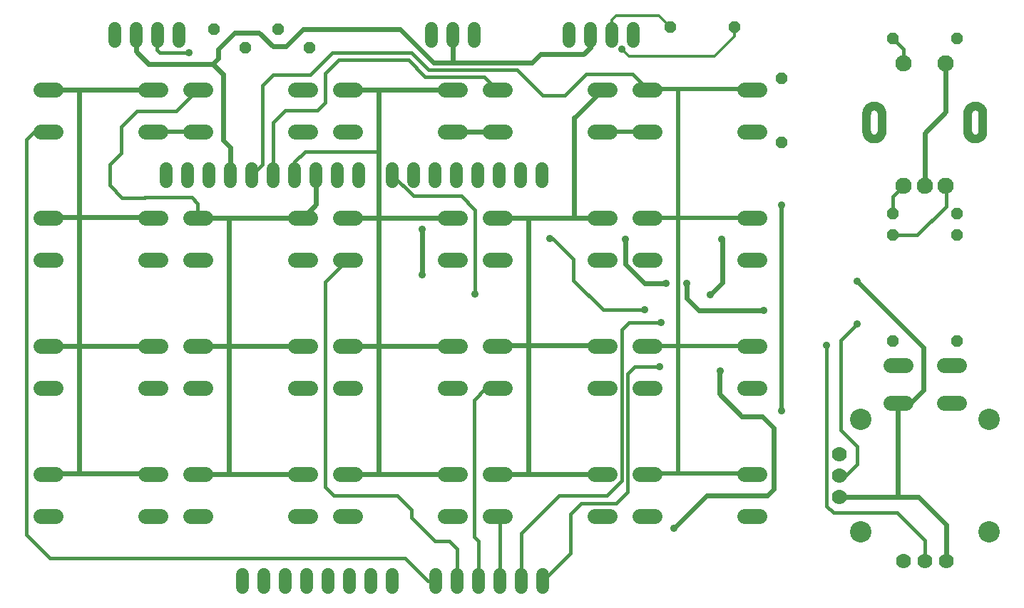
<source format=gbr>
G04 EAGLE Gerber RS-274X export*
G75*
%MOMM*%
%FSLAX34Y34*%
%LPD*%
%INBottom Copper*%
%IPPOS*%
%AMOC8*
5,1,8,0,0,1.08239X$1,22.5*%
G01*
%ADD10C,1.524000*%
%ADD11C,1.790700*%
%ADD12C,2.540000*%
%ADD13C,1.778000*%
%ADD14C,1.778000*%
%ADD15C,1.930400*%
%ADD16C,1.016000*%
%ADD17P,1.429621X8X202.500000*%
%ADD18P,1.429621X8X22.500000*%
%ADD19P,1.429621X8X112.500000*%
%ADD20C,0.508000*%
%ADD21C,0.406400*%
%ADD22C,0.609600*%
%ADD23C,0.304800*%
%ADD24C,0.889000*%


D10*
X192481Y515366D02*
X192481Y500126D01*
X217881Y500126D02*
X217881Y515366D01*
X243281Y515366D02*
X243281Y500126D01*
X268681Y500126D02*
X268681Y515366D01*
X294081Y515366D02*
X294081Y500126D01*
X319481Y500126D02*
X319481Y515366D01*
X344881Y515366D02*
X344881Y500126D01*
X370281Y500126D02*
X370281Y515366D01*
X395681Y515366D02*
X395681Y500126D01*
X421081Y500126D02*
X421081Y515366D01*
X460451Y515366D02*
X460451Y500126D01*
X485851Y500126D02*
X485851Y515366D01*
X511251Y515366D02*
X511251Y500126D01*
X536651Y500126D02*
X536651Y515366D01*
X562051Y515366D02*
X562051Y500126D01*
X587451Y500126D02*
X587451Y515366D01*
X612851Y515366D02*
X612851Y500126D01*
X638251Y500126D02*
X638251Y515366D01*
X512521Y32766D02*
X512521Y17526D01*
X537921Y17526D02*
X537921Y32766D01*
X563321Y32766D02*
X563321Y17526D01*
X588721Y17526D02*
X588721Y32766D01*
X614121Y32766D02*
X614121Y17526D01*
X639521Y17526D02*
X639521Y32766D01*
X282651Y32766D02*
X282651Y17526D01*
X308051Y17526D02*
X308051Y32766D01*
X333451Y32766D02*
X333451Y17526D01*
X358851Y17526D02*
X358851Y32766D01*
X384251Y32766D02*
X384251Y17526D01*
X409651Y17526D02*
X409651Y32766D01*
X435051Y32766D02*
X435051Y17526D01*
X460451Y17526D02*
X460451Y32766D01*
D11*
X60770Y559308D02*
X42863Y559308D01*
X167831Y559308D02*
X185738Y559308D01*
X60770Y609092D02*
X42863Y609092D01*
X167831Y609092D02*
X185738Y609092D01*
X220663Y559308D02*
X238570Y559308D01*
X345631Y559308D02*
X363538Y559308D01*
X238570Y609092D02*
X220663Y609092D01*
X345631Y609092D02*
X363538Y609092D01*
X398463Y559308D02*
X416370Y559308D01*
X523431Y559308D02*
X541338Y559308D01*
X416370Y609092D02*
X398463Y609092D01*
X523431Y609092D02*
X541338Y609092D01*
X576263Y559308D02*
X594170Y559308D01*
X701231Y559308D02*
X719138Y559308D01*
X594170Y609092D02*
X576263Y609092D01*
X701231Y609092D02*
X719138Y609092D01*
X754063Y559308D02*
X771970Y559308D01*
X879031Y559308D02*
X896938Y559308D01*
X771970Y609092D02*
X754063Y609092D01*
X879031Y609092D02*
X896938Y609092D01*
X60770Y406908D02*
X42863Y406908D01*
X167831Y406908D02*
X185738Y406908D01*
X60770Y456692D02*
X42863Y456692D01*
X167831Y456692D02*
X185738Y456692D01*
X220663Y406908D02*
X238570Y406908D01*
X345631Y406908D02*
X363538Y406908D01*
X238570Y456692D02*
X220663Y456692D01*
X345631Y456692D02*
X363538Y456692D01*
X398463Y406908D02*
X416370Y406908D01*
X523431Y406908D02*
X541338Y406908D01*
X416370Y456692D02*
X398463Y456692D01*
X523431Y456692D02*
X541338Y456692D01*
X576263Y406908D02*
X594170Y406908D01*
X701231Y406908D02*
X719138Y406908D01*
X594170Y456692D02*
X576263Y456692D01*
X701231Y456692D02*
X719138Y456692D01*
X754063Y406908D02*
X771970Y406908D01*
X879031Y406908D02*
X896938Y406908D01*
X771970Y456692D02*
X754063Y456692D01*
X879031Y456692D02*
X896938Y456692D01*
X60770Y254508D02*
X42863Y254508D01*
X167831Y254508D02*
X185738Y254508D01*
X60770Y304292D02*
X42863Y304292D01*
X167831Y304292D02*
X185738Y304292D01*
X220663Y254508D02*
X238570Y254508D01*
X345631Y254508D02*
X363538Y254508D01*
X238570Y304292D02*
X220663Y304292D01*
X345631Y304292D02*
X363538Y304292D01*
X398463Y254508D02*
X416370Y254508D01*
X523431Y254508D02*
X541338Y254508D01*
X416370Y304292D02*
X398463Y304292D01*
X523431Y304292D02*
X541338Y304292D01*
X576263Y254508D02*
X594170Y254508D01*
X701231Y254508D02*
X719138Y254508D01*
X594170Y304292D02*
X576263Y304292D01*
X701231Y304292D02*
X719138Y304292D01*
X754063Y254508D02*
X771970Y254508D01*
X879031Y254508D02*
X896938Y254508D01*
X771970Y304292D02*
X754063Y304292D01*
X879031Y304292D02*
X896938Y304292D01*
X60770Y102108D02*
X42863Y102108D01*
X167831Y102108D02*
X185738Y102108D01*
X60770Y151892D02*
X42863Y151892D01*
X167831Y151892D02*
X185738Y151892D01*
X220663Y102108D02*
X238570Y102108D01*
X345631Y102108D02*
X363538Y102108D01*
X238570Y151892D02*
X220663Y151892D01*
X345631Y151892D02*
X363538Y151892D01*
X398463Y102108D02*
X416370Y102108D01*
X523431Y102108D02*
X541338Y102108D01*
X416370Y151892D02*
X398463Y151892D01*
X523431Y151892D02*
X541338Y151892D01*
X576263Y102108D02*
X594170Y102108D01*
X701231Y102108D02*
X719138Y102108D01*
X594170Y151892D02*
X576263Y151892D01*
X701231Y151892D02*
X719138Y151892D01*
X754063Y102108D02*
X771970Y102108D01*
X879031Y102108D02*
X896938Y102108D01*
X771970Y151892D02*
X754063Y151892D01*
X879031Y151892D02*
X896938Y151892D01*
D12*
X1016800Y216675D03*
X1169200Y216675D03*
X1169200Y83325D03*
X1016800Y83325D03*
D13*
X1118400Y48400D03*
X1093000Y48400D03*
X1067600Y48400D03*
X991400Y150000D03*
X991400Y124600D03*
X991400Y175400D03*
D14*
X1115860Y236200D02*
X1133640Y236200D01*
X1070140Y236200D02*
X1052360Y236200D01*
X1052360Y281200D02*
X1070140Y281200D01*
X1115860Y281200D02*
X1133640Y281200D01*
D15*
X1068000Y495000D03*
X1093000Y495000D03*
X1118000Y495000D03*
X1068000Y640000D03*
X1118000Y640000D03*
D16*
X1144000Y580500D02*
X1144000Y559500D01*
X1162000Y559500D02*
X1162000Y580500D01*
X1161997Y580719D01*
X1161989Y580938D01*
X1161976Y581157D01*
X1161957Y581375D01*
X1161933Y581593D01*
X1161904Y581810D01*
X1161870Y582027D01*
X1161830Y582242D01*
X1161785Y582457D01*
X1161734Y582670D01*
X1161679Y582882D01*
X1161618Y583093D01*
X1161553Y583302D01*
X1161482Y583509D01*
X1161406Y583715D01*
X1161325Y583919D01*
X1161240Y584121D01*
X1161149Y584320D01*
X1161054Y584517D01*
X1160953Y584712D01*
X1160848Y584905D01*
X1160739Y585095D01*
X1160625Y585282D01*
X1160506Y585466D01*
X1160383Y585647D01*
X1160255Y585825D01*
X1160123Y586001D01*
X1159987Y586172D01*
X1159847Y586341D01*
X1159703Y586506D01*
X1159555Y586667D01*
X1159403Y586825D01*
X1159247Y586979D01*
X1159087Y587129D01*
X1158924Y587276D01*
X1158757Y587418D01*
X1158587Y587556D01*
X1158413Y587690D01*
X1158237Y587820D01*
X1158057Y587945D01*
X1157874Y588066D01*
X1157688Y588182D01*
X1157500Y588294D01*
X1157309Y588401D01*
X1157115Y588504D01*
X1156919Y588602D01*
X1156721Y588695D01*
X1156520Y588783D01*
X1156317Y588866D01*
X1156112Y588945D01*
X1155906Y589018D01*
X1155698Y589086D01*
X1155488Y589149D01*
X1155276Y589207D01*
X1155064Y589260D01*
X1154850Y589308D01*
X1154635Y589350D01*
X1154419Y589387D01*
X1154202Y589419D01*
X1153984Y589446D01*
X1153766Y589467D01*
X1153548Y589483D01*
X1153329Y589494D01*
X1153110Y589499D01*
X1152890Y589499D01*
X1152671Y589494D01*
X1152452Y589483D01*
X1152234Y589467D01*
X1152016Y589446D01*
X1151798Y589419D01*
X1151581Y589387D01*
X1151365Y589350D01*
X1151150Y589308D01*
X1150936Y589260D01*
X1150724Y589207D01*
X1150512Y589149D01*
X1150302Y589086D01*
X1150094Y589018D01*
X1149888Y588945D01*
X1149683Y588866D01*
X1149480Y588783D01*
X1149279Y588695D01*
X1149081Y588602D01*
X1148885Y588504D01*
X1148691Y588401D01*
X1148500Y588294D01*
X1148312Y588182D01*
X1148126Y588066D01*
X1147943Y587945D01*
X1147763Y587820D01*
X1147587Y587690D01*
X1147413Y587556D01*
X1147243Y587418D01*
X1147076Y587276D01*
X1146913Y587129D01*
X1146753Y586979D01*
X1146597Y586825D01*
X1146445Y586667D01*
X1146297Y586506D01*
X1146153Y586341D01*
X1146013Y586172D01*
X1145877Y586001D01*
X1145745Y585825D01*
X1145617Y585647D01*
X1145494Y585466D01*
X1145375Y585282D01*
X1145261Y585095D01*
X1145152Y584905D01*
X1145047Y584712D01*
X1144946Y584517D01*
X1144851Y584320D01*
X1144760Y584121D01*
X1144675Y583919D01*
X1144594Y583715D01*
X1144518Y583509D01*
X1144447Y583302D01*
X1144382Y583093D01*
X1144321Y582882D01*
X1144266Y582670D01*
X1144215Y582457D01*
X1144170Y582242D01*
X1144130Y582027D01*
X1144096Y581810D01*
X1144067Y581593D01*
X1144043Y581375D01*
X1144024Y581157D01*
X1144011Y580938D01*
X1144003Y580719D01*
X1144000Y580500D01*
X1144000Y559500D02*
X1144003Y559281D01*
X1144011Y559062D01*
X1144024Y558843D01*
X1144043Y558625D01*
X1144067Y558407D01*
X1144096Y558190D01*
X1144130Y557973D01*
X1144170Y557758D01*
X1144215Y557543D01*
X1144266Y557330D01*
X1144321Y557118D01*
X1144382Y556907D01*
X1144447Y556698D01*
X1144518Y556491D01*
X1144594Y556285D01*
X1144675Y556081D01*
X1144760Y555879D01*
X1144851Y555680D01*
X1144946Y555483D01*
X1145047Y555288D01*
X1145152Y555095D01*
X1145261Y554905D01*
X1145375Y554718D01*
X1145494Y554534D01*
X1145617Y554353D01*
X1145745Y554175D01*
X1145877Y553999D01*
X1146013Y553828D01*
X1146153Y553659D01*
X1146297Y553494D01*
X1146445Y553333D01*
X1146597Y553175D01*
X1146753Y553021D01*
X1146913Y552871D01*
X1147076Y552724D01*
X1147243Y552582D01*
X1147413Y552444D01*
X1147587Y552310D01*
X1147763Y552180D01*
X1147943Y552055D01*
X1148126Y551934D01*
X1148312Y551818D01*
X1148500Y551706D01*
X1148691Y551599D01*
X1148885Y551496D01*
X1149081Y551398D01*
X1149279Y551305D01*
X1149480Y551217D01*
X1149683Y551134D01*
X1149888Y551055D01*
X1150094Y550982D01*
X1150302Y550914D01*
X1150512Y550851D01*
X1150724Y550793D01*
X1150936Y550740D01*
X1151150Y550692D01*
X1151365Y550650D01*
X1151581Y550613D01*
X1151798Y550581D01*
X1152016Y550554D01*
X1152234Y550533D01*
X1152452Y550517D01*
X1152671Y550506D01*
X1152890Y550501D01*
X1153110Y550501D01*
X1153329Y550506D01*
X1153548Y550517D01*
X1153766Y550533D01*
X1153984Y550554D01*
X1154202Y550581D01*
X1154419Y550613D01*
X1154635Y550650D01*
X1154850Y550692D01*
X1155064Y550740D01*
X1155276Y550793D01*
X1155488Y550851D01*
X1155698Y550914D01*
X1155906Y550982D01*
X1156112Y551055D01*
X1156317Y551134D01*
X1156520Y551217D01*
X1156721Y551305D01*
X1156919Y551398D01*
X1157115Y551496D01*
X1157309Y551599D01*
X1157500Y551706D01*
X1157688Y551818D01*
X1157874Y551934D01*
X1158057Y552055D01*
X1158237Y552180D01*
X1158413Y552310D01*
X1158587Y552444D01*
X1158757Y552582D01*
X1158924Y552724D01*
X1159087Y552871D01*
X1159247Y553021D01*
X1159403Y553175D01*
X1159555Y553333D01*
X1159703Y553494D01*
X1159847Y553659D01*
X1159987Y553828D01*
X1160123Y553999D01*
X1160255Y554175D01*
X1160383Y554353D01*
X1160506Y554534D01*
X1160625Y554718D01*
X1160739Y554905D01*
X1160848Y555095D01*
X1160953Y555288D01*
X1161054Y555483D01*
X1161149Y555680D01*
X1161240Y555879D01*
X1161325Y556081D01*
X1161406Y556285D01*
X1161482Y556491D01*
X1161553Y556698D01*
X1161618Y556907D01*
X1161679Y557118D01*
X1161734Y557330D01*
X1161785Y557543D01*
X1161830Y557758D01*
X1161870Y557973D01*
X1161904Y558190D01*
X1161933Y558407D01*
X1161957Y558625D01*
X1161976Y558843D01*
X1161989Y559062D01*
X1161997Y559281D01*
X1162000Y559500D01*
X1042000Y559500D02*
X1042000Y580500D01*
X1024000Y580500D02*
X1024000Y559500D01*
X1024003Y559281D01*
X1024011Y559062D01*
X1024024Y558843D01*
X1024043Y558625D01*
X1024067Y558407D01*
X1024096Y558190D01*
X1024130Y557973D01*
X1024170Y557758D01*
X1024215Y557543D01*
X1024266Y557330D01*
X1024321Y557118D01*
X1024382Y556907D01*
X1024447Y556698D01*
X1024518Y556491D01*
X1024594Y556285D01*
X1024675Y556081D01*
X1024760Y555879D01*
X1024851Y555680D01*
X1024946Y555483D01*
X1025047Y555288D01*
X1025152Y555095D01*
X1025261Y554905D01*
X1025375Y554718D01*
X1025494Y554534D01*
X1025617Y554353D01*
X1025745Y554175D01*
X1025877Y553999D01*
X1026013Y553828D01*
X1026153Y553659D01*
X1026297Y553494D01*
X1026445Y553333D01*
X1026597Y553175D01*
X1026753Y553021D01*
X1026913Y552871D01*
X1027076Y552724D01*
X1027243Y552582D01*
X1027413Y552444D01*
X1027587Y552310D01*
X1027763Y552180D01*
X1027943Y552055D01*
X1028126Y551934D01*
X1028312Y551818D01*
X1028500Y551706D01*
X1028691Y551599D01*
X1028885Y551496D01*
X1029081Y551398D01*
X1029279Y551305D01*
X1029480Y551217D01*
X1029683Y551134D01*
X1029888Y551055D01*
X1030094Y550982D01*
X1030302Y550914D01*
X1030512Y550851D01*
X1030724Y550793D01*
X1030936Y550740D01*
X1031150Y550692D01*
X1031365Y550650D01*
X1031581Y550613D01*
X1031798Y550581D01*
X1032016Y550554D01*
X1032234Y550533D01*
X1032452Y550517D01*
X1032671Y550506D01*
X1032890Y550501D01*
X1033110Y550501D01*
X1033329Y550506D01*
X1033548Y550517D01*
X1033766Y550533D01*
X1033984Y550554D01*
X1034202Y550581D01*
X1034419Y550613D01*
X1034635Y550650D01*
X1034850Y550692D01*
X1035064Y550740D01*
X1035276Y550793D01*
X1035488Y550851D01*
X1035698Y550914D01*
X1035906Y550982D01*
X1036112Y551055D01*
X1036317Y551134D01*
X1036520Y551217D01*
X1036721Y551305D01*
X1036919Y551398D01*
X1037115Y551496D01*
X1037309Y551599D01*
X1037500Y551706D01*
X1037688Y551818D01*
X1037874Y551934D01*
X1038057Y552055D01*
X1038237Y552180D01*
X1038413Y552310D01*
X1038587Y552444D01*
X1038757Y552582D01*
X1038924Y552724D01*
X1039087Y552871D01*
X1039247Y553021D01*
X1039403Y553175D01*
X1039555Y553333D01*
X1039703Y553494D01*
X1039847Y553659D01*
X1039987Y553828D01*
X1040123Y553999D01*
X1040255Y554175D01*
X1040383Y554353D01*
X1040506Y554534D01*
X1040625Y554718D01*
X1040739Y554905D01*
X1040848Y555095D01*
X1040953Y555288D01*
X1041054Y555483D01*
X1041149Y555680D01*
X1041240Y555879D01*
X1041325Y556081D01*
X1041406Y556285D01*
X1041482Y556491D01*
X1041553Y556698D01*
X1041618Y556907D01*
X1041679Y557118D01*
X1041734Y557330D01*
X1041785Y557543D01*
X1041830Y557758D01*
X1041870Y557973D01*
X1041904Y558190D01*
X1041933Y558407D01*
X1041957Y558625D01*
X1041976Y558843D01*
X1041989Y559062D01*
X1041997Y559281D01*
X1042000Y559500D01*
X1042000Y580500D02*
X1041997Y580719D01*
X1041989Y580938D01*
X1041976Y581157D01*
X1041957Y581375D01*
X1041933Y581593D01*
X1041904Y581810D01*
X1041870Y582027D01*
X1041830Y582242D01*
X1041785Y582457D01*
X1041734Y582670D01*
X1041679Y582882D01*
X1041618Y583093D01*
X1041553Y583302D01*
X1041482Y583509D01*
X1041406Y583715D01*
X1041325Y583919D01*
X1041240Y584121D01*
X1041149Y584320D01*
X1041054Y584517D01*
X1040953Y584712D01*
X1040848Y584905D01*
X1040739Y585095D01*
X1040625Y585282D01*
X1040506Y585466D01*
X1040383Y585647D01*
X1040255Y585825D01*
X1040123Y586001D01*
X1039987Y586172D01*
X1039847Y586341D01*
X1039703Y586506D01*
X1039555Y586667D01*
X1039403Y586825D01*
X1039247Y586979D01*
X1039087Y587129D01*
X1038924Y587276D01*
X1038757Y587418D01*
X1038587Y587556D01*
X1038413Y587690D01*
X1038237Y587820D01*
X1038057Y587945D01*
X1037874Y588066D01*
X1037688Y588182D01*
X1037500Y588294D01*
X1037309Y588401D01*
X1037115Y588504D01*
X1036919Y588602D01*
X1036721Y588695D01*
X1036520Y588783D01*
X1036317Y588866D01*
X1036112Y588945D01*
X1035906Y589018D01*
X1035698Y589086D01*
X1035488Y589149D01*
X1035276Y589207D01*
X1035064Y589260D01*
X1034850Y589308D01*
X1034635Y589350D01*
X1034419Y589387D01*
X1034202Y589419D01*
X1033984Y589446D01*
X1033766Y589467D01*
X1033548Y589483D01*
X1033329Y589494D01*
X1033110Y589499D01*
X1032890Y589499D01*
X1032671Y589494D01*
X1032452Y589483D01*
X1032234Y589467D01*
X1032016Y589446D01*
X1031798Y589419D01*
X1031581Y589387D01*
X1031365Y589350D01*
X1031150Y589308D01*
X1030936Y589260D01*
X1030724Y589207D01*
X1030512Y589149D01*
X1030302Y589086D01*
X1030094Y589018D01*
X1029888Y588945D01*
X1029683Y588866D01*
X1029480Y588783D01*
X1029279Y588695D01*
X1029081Y588602D01*
X1028885Y588504D01*
X1028691Y588401D01*
X1028500Y588294D01*
X1028312Y588182D01*
X1028126Y588066D01*
X1027943Y587945D01*
X1027763Y587820D01*
X1027587Y587690D01*
X1027413Y587556D01*
X1027243Y587418D01*
X1027076Y587276D01*
X1026913Y587129D01*
X1026753Y586979D01*
X1026597Y586825D01*
X1026445Y586667D01*
X1026297Y586506D01*
X1026153Y586341D01*
X1026013Y586172D01*
X1025877Y586001D01*
X1025745Y585825D01*
X1025617Y585647D01*
X1025494Y585466D01*
X1025375Y585282D01*
X1025261Y585095D01*
X1025152Y584905D01*
X1025047Y584712D01*
X1024946Y584517D01*
X1024851Y584320D01*
X1024760Y584121D01*
X1024675Y583919D01*
X1024594Y583715D01*
X1024518Y583509D01*
X1024447Y583302D01*
X1024382Y583093D01*
X1024321Y582882D01*
X1024266Y582670D01*
X1024215Y582457D01*
X1024170Y582242D01*
X1024130Y582027D01*
X1024096Y581810D01*
X1024067Y581593D01*
X1024043Y581375D01*
X1024024Y581157D01*
X1024011Y580938D01*
X1024003Y580719D01*
X1024000Y580500D01*
D17*
X1131100Y462000D03*
X1054900Y462000D03*
D18*
X1054900Y670000D03*
X1131100Y670000D03*
X1054900Y436000D03*
X1131100Y436000D03*
D17*
X1131100Y310000D03*
X1054900Y310000D03*
D10*
X130810Y666750D02*
X130810Y681990D01*
X156210Y681990D02*
X156210Y666750D01*
X181610Y666750D02*
X181610Y681990D01*
X207010Y681990D02*
X207010Y666750D01*
X670560Y666750D02*
X670560Y681990D01*
X695960Y681990D02*
X695960Y666750D01*
X721360Y666750D02*
X721360Y681990D01*
X746760Y681990D02*
X746760Y666750D01*
D17*
X325450Y681304D03*
X249250Y681304D03*
X362255Y659282D03*
X286055Y659282D03*
D18*
X791108Y683209D03*
X867308Y683209D03*
D19*
X923239Y546125D03*
X923239Y622325D03*
D10*
X506730Y666750D02*
X506730Y681990D01*
X532130Y681990D02*
X532130Y666750D01*
X557530Y666750D02*
X557530Y681990D01*
D20*
X763016Y609092D02*
X763524Y609600D01*
X800100Y609600D01*
X889000Y609600D01*
X887984Y456692D02*
X800100Y456692D01*
X763016Y456692D01*
X763016Y304292D02*
X800100Y304292D01*
X887984Y304292D01*
X763524Y152400D02*
X763016Y151892D01*
X763524Y152400D02*
X800100Y152400D01*
X889000Y152400D01*
X800100Y152400D02*
X800100Y304292D01*
X800100Y456692D01*
X800100Y609600D01*
D21*
X306578Y520243D02*
X294081Y507746D01*
X306578Y520243D02*
X306578Y613918D01*
X319481Y626821D01*
X363093Y626821D01*
X389306Y653034D01*
X483489Y653034D01*
X504063Y632460D01*
X608838Y632460D02*
X638937Y602361D01*
X665607Y602361D01*
X690753Y627507D01*
X745617Y627507D01*
X608838Y632460D02*
X504063Y632460D01*
X745617Y627507D02*
X763524Y609600D01*
D22*
X710184Y456692D02*
X675894Y456692D01*
X622300Y456692D01*
X585216Y456692D01*
D20*
X585724Y304800D02*
X585216Y304292D01*
D22*
X585724Y304800D02*
X622300Y304800D01*
X711200Y304800D01*
X622300Y151892D02*
X585216Y151892D01*
X622300Y151892D02*
X710184Y151892D01*
X622300Y304800D02*
X622300Y456692D01*
X622300Y304800D02*
X622300Y151892D01*
X675894Y456692D02*
X676148Y456946D01*
D21*
X381000Y593852D02*
X381000Y628142D01*
X397256Y644398D01*
X319481Y570179D02*
X319481Y507746D01*
X319481Y570179D02*
X333756Y584454D01*
X371602Y584454D02*
X381000Y593852D01*
X371602Y584454D02*
X333756Y584454D01*
X397256Y644398D02*
X479933Y644398D01*
X569849Y624459D02*
X585216Y609092D01*
X499872Y624459D02*
X479933Y644398D01*
X499872Y624459D02*
X569849Y624459D01*
D22*
X677545Y576453D02*
X710184Y609092D01*
X677545Y576453D02*
X676275Y576453D01*
X676148Y576326D01*
X676148Y456946D01*
X444500Y151892D02*
X407416Y151892D01*
X444500Y151892D02*
X532384Y151892D01*
X444500Y304292D02*
X407416Y304292D01*
X444500Y304292D02*
X532384Y304292D01*
X444500Y456692D02*
X407416Y456692D01*
X444500Y456692D02*
X532384Y456692D01*
X444500Y609092D02*
X407416Y609092D01*
X444500Y609092D02*
X532384Y609092D01*
X444500Y609092D02*
X444500Y535686D01*
X444500Y456692D01*
X444500Y304292D01*
X444500Y151892D01*
D21*
X344881Y507746D02*
X344881Y523189D01*
X357378Y535686D02*
X444500Y535686D01*
X357378Y535686D02*
X344881Y523189D01*
D23*
X867308Y672770D02*
X867308Y683209D01*
X867308Y672770D02*
X843610Y649072D01*
X741959Y649072D01*
X733349Y657682D01*
D24*
X733349Y657682D03*
X737616Y431038D03*
D22*
X737616Y401574D01*
X760476Y378714D02*
X785622Y378714D01*
D24*
X785622Y378714D03*
X810260Y378714D03*
D22*
X810260Y360934D01*
X824484Y346710D02*
X901954Y346710D01*
D24*
X901954Y346710D03*
D22*
X760476Y378714D02*
X737616Y401574D01*
X810260Y360934D02*
X824484Y346710D01*
D24*
X495917Y388833D03*
X495993Y442841D03*
D22*
X495993Y388910D01*
X495917Y388833D01*
D24*
X838200Y365252D03*
D22*
X852678Y379730D01*
X852678Y431038D01*
X851916Y431038D01*
D24*
X851916Y431038D03*
D21*
X1068000Y656900D02*
X1054900Y670000D01*
X1068000Y656900D02*
X1068000Y640000D01*
D24*
X559054Y366014D03*
D21*
X485597Y482600D02*
X460451Y507746D01*
X559054Y466090D02*
X559054Y366014D01*
X542544Y482600D02*
X485597Y482600D01*
X542544Y482600D02*
X559054Y466090D01*
X1054900Y462000D02*
X1054900Y481900D01*
X1068000Y495000D01*
X25908Y549402D02*
X25908Y80264D01*
X35814Y559308D02*
X51816Y559308D01*
X35814Y559308D02*
X25908Y549402D01*
X502920Y25146D02*
X512521Y25146D01*
X54102Y52070D02*
X25908Y80264D01*
X475996Y52070D02*
X502920Y25146D01*
X475996Y52070D02*
X54102Y52070D01*
D20*
X176784Y559308D02*
X229616Y559308D01*
X710184Y559308D02*
X766724Y559308D01*
X768096Y557936D01*
D22*
X585216Y559308D02*
X532384Y559308D01*
D21*
X537921Y62789D02*
X537921Y25146D01*
X528066Y72644D02*
X511302Y72644D01*
X483616Y100330D01*
X483616Y109728D01*
X466598Y126746D01*
X390906Y126746D02*
X380746Y136906D01*
X380746Y380238D01*
X528066Y72644D02*
X537921Y62789D01*
X466598Y126746D02*
X390906Y126746D01*
X380746Y380238D02*
X407416Y406908D01*
X563321Y71933D02*
X563321Y25146D01*
X563321Y71933D02*
X557530Y77724D01*
X557530Y240284D01*
X571754Y254508D02*
X585216Y254508D01*
X571754Y254508D02*
X557530Y240284D01*
X585216Y102108D02*
X588721Y98603D01*
X588721Y25146D01*
X614121Y25146D02*
X614121Y81483D01*
X658876Y126238D02*
X715772Y126238D01*
X733552Y144018D01*
X658876Y126238D02*
X614121Y81483D01*
X733552Y144018D02*
X733552Y324104D01*
X741680Y332232D01*
X780034Y332232D01*
D24*
X780034Y332232D03*
X1012952Y330200D03*
D21*
X993394Y204470D02*
X1012952Y184912D01*
X998868Y150000D02*
X991400Y150000D01*
X993394Y204470D02*
X993394Y310642D01*
X1012952Y330200D01*
X1012952Y184912D02*
X1012952Y164084D01*
X998868Y150000D01*
X671830Y57455D02*
X639521Y25146D01*
X671830Y57455D02*
X671830Y104140D01*
X685038Y117348D01*
X726440Y117348D01*
X740156Y131064D01*
X740156Y271272D01*
X748538Y279654D01*
X778002Y279654D01*
X778002Y279400D01*
D24*
X778002Y279400D03*
D21*
X976376Y114046D02*
X984250Y106172D01*
X1093000Y73368D02*
X1093000Y48400D01*
X976376Y254000D02*
X976376Y264922D01*
X976376Y254000D02*
X976376Y114046D01*
X984250Y106172D02*
X1060196Y106172D01*
X1093000Y73368D01*
X976376Y264922D02*
X976376Y304800D01*
D24*
X976376Y304800D03*
D20*
X229616Y609092D02*
X228092Y609092D01*
D22*
X229616Y456692D02*
X266700Y456692D01*
X354584Y456692D01*
D20*
X229616Y456692D02*
X228092Y456692D01*
D22*
X229616Y151892D02*
X266700Y151892D01*
X354584Y151892D01*
D20*
X229616Y304292D02*
X229108Y304800D01*
D22*
X229616Y304292D02*
X266700Y304292D01*
X354584Y304292D01*
X266700Y304292D02*
X266700Y456692D01*
X266700Y304292D02*
X266700Y151892D01*
X370281Y472389D02*
X370281Y507746D01*
X370281Y472389D02*
X354584Y456692D01*
D21*
X204216Y583692D02*
X229616Y609092D01*
X222758Y480822D02*
X229616Y473964D01*
X229616Y456692D01*
X204216Y583692D02*
X157734Y583692D01*
X167132Y480822D02*
X222758Y480822D01*
X138730Y533794D02*
X125428Y520492D01*
X125428Y495346D01*
X140089Y480685D01*
X166995Y480685D01*
X167132Y480822D01*
X138730Y564688D02*
X157734Y583692D01*
X138730Y564688D02*
X138730Y533794D01*
D22*
X176784Y609092D02*
X88900Y609092D01*
X51816Y609092D01*
D20*
X51308Y456692D02*
X51816Y456692D01*
X52324Y457200D01*
D22*
X88900Y457200D01*
X177800Y457200D01*
D20*
X52324Y152400D02*
X51816Y151892D01*
D22*
X52324Y152400D02*
X88900Y152400D01*
X177800Y152400D01*
X88900Y304292D02*
X51816Y304292D01*
X88900Y304292D02*
X176784Y304292D01*
X88900Y457200D02*
X88900Y609092D01*
X88900Y457200D02*
X88900Y304292D01*
X88900Y152400D01*
D24*
X647609Y431960D03*
D21*
X651096Y431960D01*
X675640Y407416D02*
X675640Y382524D01*
X675640Y407416D02*
X651096Y431960D01*
D24*
X760496Y347127D03*
D21*
X1054900Y436000D02*
X1083954Y436000D01*
X1118108Y470154D01*
X1118108Y494892D01*
X1118000Y495000D01*
X760496Y347127D02*
X711037Y347127D01*
X675640Y382524D01*
D24*
X219456Y653415D03*
D21*
X184328Y653415D01*
X181051Y656692D01*
X181051Y673811D01*
X181610Y674370D01*
D22*
X268681Y540258D02*
X268681Y507746D01*
X259690Y549250D02*
X259690Y627278D01*
X247421Y639547D01*
X259690Y549250D02*
X268681Y540258D01*
X247421Y639547D02*
X171221Y639547D01*
X156210Y654558D02*
X156210Y674370D01*
X156210Y654558D02*
X171221Y639547D01*
X695960Y659384D02*
X695960Y674370D01*
X695960Y659384D02*
X687705Y651129D01*
D24*
X923163Y471907D03*
D23*
X923163Y470535D01*
D20*
X923163Y227609D01*
D24*
X923163Y227609D03*
D22*
X254051Y646176D02*
X247421Y639547D01*
X254051Y646176D02*
X254051Y657377D01*
X273787Y677113D01*
X302285Y677113D02*
X318897Y660502D01*
X334747Y660502D01*
X302285Y677113D02*
X273787Y677113D01*
X334747Y660502D02*
X355092Y680847D01*
X470154Y680847D01*
X509778Y641223D01*
X626745Y641223D02*
X636651Y651129D01*
X687705Y651129D01*
X532638Y641223D02*
X509778Y641223D01*
X532638Y641223D02*
X626745Y641223D01*
X532130Y641731D02*
X532130Y674370D01*
X532130Y641731D02*
X532638Y641223D01*
X1093000Y557568D02*
X1093000Y495000D01*
X1118000Y582568D02*
X1118000Y640000D01*
X1118000Y582568D02*
X1093000Y557568D01*
D24*
X1012952Y381000D03*
D22*
X991400Y124600D02*
X1059942Y124600D01*
X1085710Y124600D01*
X1118616Y91694D01*
X1118616Y48616D01*
X1118400Y48400D01*
X1059942Y124600D02*
X1061250Y125908D01*
X1091184Y302768D02*
X1012952Y381000D01*
X1091184Y302768D02*
X1091184Y251460D01*
X1061250Y236200D02*
X1061250Y125908D01*
X1061250Y236200D02*
X1075924Y236200D01*
X1091184Y251460D01*
D24*
X795274Y87630D03*
D21*
X849376Y274828D02*
X849884Y274828D01*
D24*
X849884Y274828D03*
D22*
X834136Y126492D02*
X795274Y87630D01*
X834136Y126492D02*
X906018Y126492D01*
X913892Y134366D01*
X913892Y206502D01*
X899668Y220726D01*
X875792Y220726D01*
X849376Y247142D01*
X849376Y274828D01*
D23*
X721360Y674370D02*
X721360Y691642D01*
X726719Y697001D01*
X777316Y697001D01*
X791108Y683209D01*
M02*

</source>
